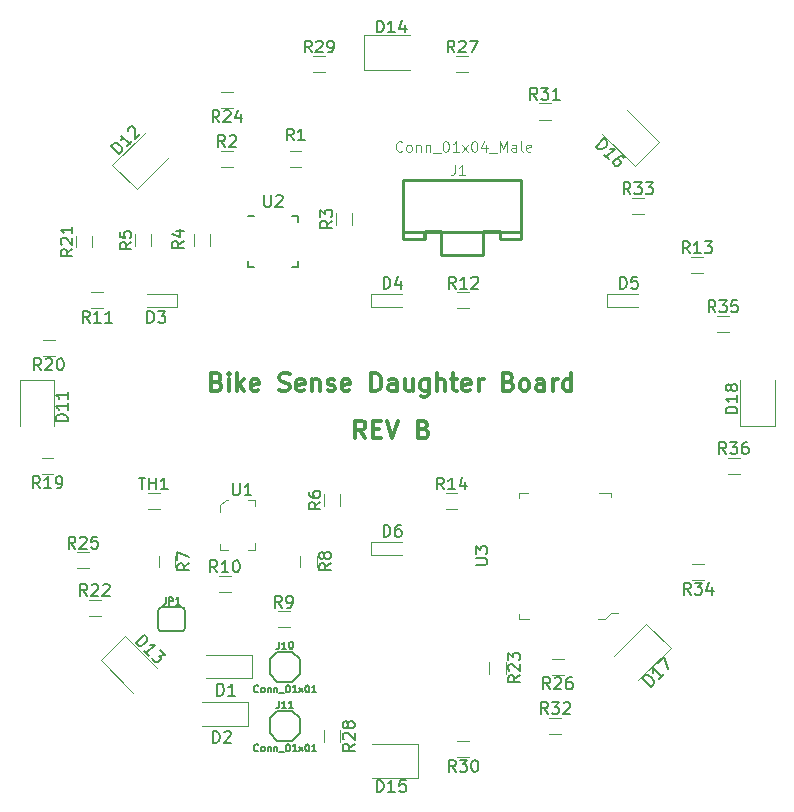
<source format=gbr>
G04 #@! TF.GenerationSoftware,KiCad,Pcbnew,(5.0.0)*
G04 #@! TF.CreationDate,2019-01-02T21:37:44-05:00*
G04 #@! TF.ProjectId,bikesenseCap,62696B6573656E73654361702E6B6963,REV B*
G04 #@! TF.SameCoordinates,Original*
G04 #@! TF.FileFunction,Legend,Top*
G04 #@! TF.FilePolarity,Positive*
%FSLAX46Y46*%
G04 Gerber Fmt 4.6, Leading zero omitted, Abs format (unit mm)*
G04 Created by KiCad (PCBNEW (5.0.0)) date 01/02/19 21:37:44*
%MOMM*%
%LPD*%
G01*
G04 APERTURE LIST*
%ADD10C,0.300000*%
%ADD11C,0.120000*%
%ADD12C,0.127000*%
%ADD13C,0.254000*%
%ADD14C,0.203200*%
%ADD15C,0.152400*%
%ADD16C,0.100000*%
%ADD17C,0.150000*%
%ADD18C,0.101600*%
G04 APERTURE END LIST*
D10*
X147821428Y-102678571D02*
X147321428Y-101964285D01*
X146964285Y-102678571D02*
X146964285Y-101178571D01*
X147535714Y-101178571D01*
X147678571Y-101250000D01*
X147750000Y-101321428D01*
X147821428Y-101464285D01*
X147821428Y-101678571D01*
X147750000Y-101821428D01*
X147678571Y-101892857D01*
X147535714Y-101964285D01*
X146964285Y-101964285D01*
X148464285Y-101892857D02*
X148964285Y-101892857D01*
X149178571Y-102678571D02*
X148464285Y-102678571D01*
X148464285Y-101178571D01*
X149178571Y-101178571D01*
X149607142Y-101178571D02*
X150107142Y-102678571D01*
X150607142Y-101178571D01*
X152750000Y-101892857D02*
X152964285Y-101964285D01*
X153035714Y-102035714D01*
X153107142Y-102178571D01*
X153107142Y-102392857D01*
X153035714Y-102535714D01*
X152964285Y-102607142D01*
X152821428Y-102678571D01*
X152250000Y-102678571D01*
X152250000Y-101178571D01*
X152750000Y-101178571D01*
X152892857Y-101250000D01*
X152964285Y-101321428D01*
X153035714Y-101464285D01*
X153035714Y-101607142D01*
X152964285Y-101750000D01*
X152892857Y-101821428D01*
X152750000Y-101892857D01*
X152250000Y-101892857D01*
X135250000Y-97892857D02*
X135464285Y-97964285D01*
X135535714Y-98035714D01*
X135607142Y-98178571D01*
X135607142Y-98392857D01*
X135535714Y-98535714D01*
X135464285Y-98607142D01*
X135321428Y-98678571D01*
X134750000Y-98678571D01*
X134750000Y-97178571D01*
X135250000Y-97178571D01*
X135392857Y-97250000D01*
X135464285Y-97321428D01*
X135535714Y-97464285D01*
X135535714Y-97607142D01*
X135464285Y-97750000D01*
X135392857Y-97821428D01*
X135250000Y-97892857D01*
X134750000Y-97892857D01*
X136250000Y-98678571D02*
X136250000Y-97678571D01*
X136250000Y-97178571D02*
X136178571Y-97250000D01*
X136250000Y-97321428D01*
X136321428Y-97250000D01*
X136250000Y-97178571D01*
X136250000Y-97321428D01*
X136964285Y-98678571D02*
X136964285Y-97178571D01*
X137107142Y-98107142D02*
X137535714Y-98678571D01*
X137535714Y-97678571D02*
X136964285Y-98250000D01*
X138750000Y-98607142D02*
X138607142Y-98678571D01*
X138321428Y-98678571D01*
X138178571Y-98607142D01*
X138107142Y-98464285D01*
X138107142Y-97892857D01*
X138178571Y-97750000D01*
X138321428Y-97678571D01*
X138607142Y-97678571D01*
X138750000Y-97750000D01*
X138821428Y-97892857D01*
X138821428Y-98035714D01*
X138107142Y-98178571D01*
X140535714Y-98607142D02*
X140750000Y-98678571D01*
X141107142Y-98678571D01*
X141250000Y-98607142D01*
X141321428Y-98535714D01*
X141392857Y-98392857D01*
X141392857Y-98250000D01*
X141321428Y-98107142D01*
X141250000Y-98035714D01*
X141107142Y-97964285D01*
X140821428Y-97892857D01*
X140678571Y-97821428D01*
X140607142Y-97750000D01*
X140535714Y-97607142D01*
X140535714Y-97464285D01*
X140607142Y-97321428D01*
X140678571Y-97250000D01*
X140821428Y-97178571D01*
X141178571Y-97178571D01*
X141392857Y-97250000D01*
X142607142Y-98607142D02*
X142464285Y-98678571D01*
X142178571Y-98678571D01*
X142035714Y-98607142D01*
X141964285Y-98464285D01*
X141964285Y-97892857D01*
X142035714Y-97750000D01*
X142178571Y-97678571D01*
X142464285Y-97678571D01*
X142607142Y-97750000D01*
X142678571Y-97892857D01*
X142678571Y-98035714D01*
X141964285Y-98178571D01*
X143321428Y-97678571D02*
X143321428Y-98678571D01*
X143321428Y-97821428D02*
X143392857Y-97750000D01*
X143535714Y-97678571D01*
X143750000Y-97678571D01*
X143892857Y-97750000D01*
X143964285Y-97892857D01*
X143964285Y-98678571D01*
X144607142Y-98607142D02*
X144750000Y-98678571D01*
X145035714Y-98678571D01*
X145178571Y-98607142D01*
X145250000Y-98464285D01*
X145250000Y-98392857D01*
X145178571Y-98250000D01*
X145035714Y-98178571D01*
X144821428Y-98178571D01*
X144678571Y-98107142D01*
X144607142Y-97964285D01*
X144607142Y-97892857D01*
X144678571Y-97750000D01*
X144821428Y-97678571D01*
X145035714Y-97678571D01*
X145178571Y-97750000D01*
X146464285Y-98607142D02*
X146321428Y-98678571D01*
X146035714Y-98678571D01*
X145892857Y-98607142D01*
X145821428Y-98464285D01*
X145821428Y-97892857D01*
X145892857Y-97750000D01*
X146035714Y-97678571D01*
X146321428Y-97678571D01*
X146464285Y-97750000D01*
X146535714Y-97892857D01*
X146535714Y-98035714D01*
X145821428Y-98178571D01*
X148321428Y-98678571D02*
X148321428Y-97178571D01*
X148678571Y-97178571D01*
X148892857Y-97250000D01*
X149035714Y-97392857D01*
X149107142Y-97535714D01*
X149178571Y-97821428D01*
X149178571Y-98035714D01*
X149107142Y-98321428D01*
X149035714Y-98464285D01*
X148892857Y-98607142D01*
X148678571Y-98678571D01*
X148321428Y-98678571D01*
X150464285Y-98678571D02*
X150464285Y-97892857D01*
X150392857Y-97750000D01*
X150250000Y-97678571D01*
X149964285Y-97678571D01*
X149821428Y-97750000D01*
X150464285Y-98607142D02*
X150321428Y-98678571D01*
X149964285Y-98678571D01*
X149821428Y-98607142D01*
X149750000Y-98464285D01*
X149750000Y-98321428D01*
X149821428Y-98178571D01*
X149964285Y-98107142D01*
X150321428Y-98107142D01*
X150464285Y-98035714D01*
X151821428Y-97678571D02*
X151821428Y-98678571D01*
X151178571Y-97678571D02*
X151178571Y-98464285D01*
X151250000Y-98607142D01*
X151392857Y-98678571D01*
X151607142Y-98678571D01*
X151750000Y-98607142D01*
X151821428Y-98535714D01*
X153178571Y-97678571D02*
X153178571Y-98892857D01*
X153107142Y-99035714D01*
X153035714Y-99107142D01*
X152892857Y-99178571D01*
X152678571Y-99178571D01*
X152535714Y-99107142D01*
X153178571Y-98607142D02*
X153035714Y-98678571D01*
X152750000Y-98678571D01*
X152607142Y-98607142D01*
X152535714Y-98535714D01*
X152464285Y-98392857D01*
X152464285Y-97964285D01*
X152535714Y-97821428D01*
X152607142Y-97750000D01*
X152750000Y-97678571D01*
X153035714Y-97678571D01*
X153178571Y-97750000D01*
X153892857Y-98678571D02*
X153892857Y-97178571D01*
X154535714Y-98678571D02*
X154535714Y-97892857D01*
X154464285Y-97750000D01*
X154321428Y-97678571D01*
X154107142Y-97678571D01*
X153964285Y-97750000D01*
X153892857Y-97821428D01*
X155035714Y-97678571D02*
X155607142Y-97678571D01*
X155250000Y-97178571D02*
X155250000Y-98464285D01*
X155321428Y-98607142D01*
X155464285Y-98678571D01*
X155607142Y-98678571D01*
X156678571Y-98607142D02*
X156535714Y-98678571D01*
X156250000Y-98678571D01*
X156107142Y-98607142D01*
X156035714Y-98464285D01*
X156035714Y-97892857D01*
X156107142Y-97750000D01*
X156250000Y-97678571D01*
X156535714Y-97678571D01*
X156678571Y-97750000D01*
X156750000Y-97892857D01*
X156750000Y-98035714D01*
X156035714Y-98178571D01*
X157392857Y-98678571D02*
X157392857Y-97678571D01*
X157392857Y-97964285D02*
X157464285Y-97821428D01*
X157535714Y-97750000D01*
X157678571Y-97678571D01*
X157821428Y-97678571D01*
X159964285Y-97892857D02*
X160178571Y-97964285D01*
X160250000Y-98035714D01*
X160321428Y-98178571D01*
X160321428Y-98392857D01*
X160250000Y-98535714D01*
X160178571Y-98607142D01*
X160035714Y-98678571D01*
X159464285Y-98678571D01*
X159464285Y-97178571D01*
X159964285Y-97178571D01*
X160107142Y-97250000D01*
X160178571Y-97321428D01*
X160250000Y-97464285D01*
X160250000Y-97607142D01*
X160178571Y-97750000D01*
X160107142Y-97821428D01*
X159964285Y-97892857D01*
X159464285Y-97892857D01*
X161178571Y-98678571D02*
X161035714Y-98607142D01*
X160964285Y-98535714D01*
X160892857Y-98392857D01*
X160892857Y-97964285D01*
X160964285Y-97821428D01*
X161035714Y-97750000D01*
X161178571Y-97678571D01*
X161392857Y-97678571D01*
X161535714Y-97750000D01*
X161607142Y-97821428D01*
X161678571Y-97964285D01*
X161678571Y-98392857D01*
X161607142Y-98535714D01*
X161535714Y-98607142D01*
X161392857Y-98678571D01*
X161178571Y-98678571D01*
X162964285Y-98678571D02*
X162964285Y-97892857D01*
X162892857Y-97750000D01*
X162750000Y-97678571D01*
X162464285Y-97678571D01*
X162321428Y-97750000D01*
X162964285Y-98607142D02*
X162821428Y-98678571D01*
X162464285Y-98678571D01*
X162321428Y-98607142D01*
X162250000Y-98464285D01*
X162250000Y-98321428D01*
X162321428Y-98178571D01*
X162464285Y-98107142D01*
X162821428Y-98107142D01*
X162964285Y-98035714D01*
X163678571Y-98678571D02*
X163678571Y-97678571D01*
X163678571Y-97964285D02*
X163750000Y-97821428D01*
X163821428Y-97750000D01*
X163964285Y-97678571D01*
X164107142Y-97678571D01*
X165250000Y-98678571D02*
X165250000Y-97178571D01*
X165250000Y-98607142D02*
X165107142Y-98678571D01*
X164821428Y-98678571D01*
X164678571Y-98607142D01*
X164607142Y-98535714D01*
X164535714Y-98392857D01*
X164535714Y-97964285D01*
X164607142Y-97821428D01*
X164678571Y-97750000D01*
X164821428Y-97678571D01*
X165107142Y-97678571D01*
X165250000Y-97750000D01*
D11*
G04 #@! TO.C,D3*
X131900000Y-91550000D02*
X131900000Y-90450000D01*
X131900000Y-90450000D02*
X129300000Y-90450000D01*
X131900000Y-91550000D02*
X129300000Y-91550000D01*
G04 #@! TO.C,D4*
X148300000Y-90450000D02*
X150900000Y-90450000D01*
X148300000Y-91550000D02*
X150900000Y-91550000D01*
X148300000Y-90450000D02*
X148300000Y-91550000D01*
G04 #@! TO.C,D5*
X168300000Y-90450000D02*
X170900000Y-90450000D01*
X168300000Y-91550000D02*
X170900000Y-91550000D01*
X168300000Y-90450000D02*
X168300000Y-91550000D01*
G04 #@! TO.C,D6*
X148300000Y-111450000D02*
X148300000Y-112550000D01*
X148300000Y-112550000D02*
X150900000Y-112550000D01*
X148300000Y-111450000D02*
X150900000Y-111450000D01*
D12*
G04 #@! TO.C,J1*
X151001280Y-82001780D02*
X151001280Y-83998220D01*
D13*
X160998720Y-81501400D02*
X160998720Y-84498600D01*
X151001280Y-80800360D02*
X151001280Y-85199640D01*
X151001280Y-85199640D02*
X152802140Y-85199640D01*
X159197860Y-85199640D02*
X160998720Y-85199640D01*
X160998720Y-85199640D02*
X160998720Y-80800360D01*
X151001280Y-80800360D02*
X160998720Y-80800360D01*
X151001280Y-85199640D02*
X151001280Y-85799080D01*
X151001280Y-85799080D02*
X152802140Y-85799080D01*
X152802140Y-85799080D02*
X152802140Y-85199640D01*
X152802140Y-85199640D02*
X159197860Y-85199640D01*
X159197860Y-85199640D02*
X159197860Y-85799080D01*
X159197860Y-85799080D02*
X160998720Y-85799080D01*
X160998720Y-85799080D02*
X160998720Y-85199640D01*
X151001280Y-80800360D02*
X160998720Y-80800360D01*
X160998720Y-80800360D02*
X160998720Y-85799080D01*
X151001280Y-85799080D02*
X151001280Y-80800360D01*
X151047000Y-85794000D02*
X152825000Y-85794000D01*
X152825000Y-85794000D02*
X152825000Y-85159000D01*
X152825000Y-85159000D02*
X154222000Y-85159000D01*
X154222000Y-85159000D02*
X154222000Y-87191000D01*
X154222000Y-87191000D02*
X157778000Y-87191000D01*
X157778000Y-87191000D02*
X157778000Y-85159000D01*
X157778000Y-85159000D02*
X159175000Y-85159000D01*
X159175000Y-85159000D02*
X159175000Y-85794000D01*
X159175000Y-85794000D02*
X160953000Y-85794000D01*
D14*
G04 #@! TO.C,J10*
X142270000Y-122635000D02*
X142270000Y-121365000D01*
X141635000Y-123270000D02*
X142270000Y-122635000D01*
X140365000Y-123270000D02*
X141635000Y-123270000D01*
X139730000Y-122635000D02*
X140365000Y-123270000D01*
X139730000Y-121365000D02*
X139730000Y-122635000D01*
X140365000Y-120730000D02*
X139730000Y-121365000D01*
X141635000Y-120730000D02*
X140365000Y-120730000D01*
X142270000Y-121365000D02*
X141635000Y-120730000D01*
G04 #@! TO.C,J11*
X142270000Y-126365000D02*
X141635000Y-125730000D01*
X141635000Y-125730000D02*
X140365000Y-125730000D01*
X140365000Y-125730000D02*
X139730000Y-126365000D01*
X139730000Y-126365000D02*
X139730000Y-127635000D01*
X139730000Y-127635000D02*
X140365000Y-128270000D01*
X140365000Y-128270000D02*
X141635000Y-128270000D01*
X141635000Y-128270000D02*
X142270000Y-127635000D01*
X142270000Y-127635000D02*
X142270000Y-126365000D01*
D15*
G04 #@! TO.C,JP1*
X132269600Y-119016000D02*
X130542400Y-119016000D01*
X132523600Y-118762000D02*
X132523600Y-117238000D01*
X130288400Y-118762000D02*
X130288400Y-117238000D01*
X130542400Y-116984000D02*
X132269600Y-116984000D01*
X132523600Y-117238000D02*
G75*
G03X132269600Y-116984000I-254000J0D01*
G01*
X130542400Y-116984000D02*
G75*
G03X130288400Y-117238000I0J-254000D01*
G01*
X130288400Y-118762000D02*
G75*
G03X130542400Y-119016000I254000J0D01*
G01*
X132269600Y-119016000D02*
G75*
G03X132523600Y-118762000I0J254000D01*
G01*
D11*
G04 #@! TO.C,R1*
X141400000Y-78320000D02*
X142400000Y-78320000D01*
X142400000Y-79680000D02*
X141400000Y-79680000D01*
G04 #@! TO.C,R2*
X136600000Y-79680000D02*
X135600000Y-79680000D01*
X135600000Y-78320000D02*
X136600000Y-78320000D01*
G04 #@! TO.C,R3*
X145320000Y-84600000D02*
X145320000Y-83600000D01*
X146680000Y-83600000D02*
X146680000Y-84600000D01*
G04 #@! TO.C,R4*
X134680000Y-85400000D02*
X134680000Y-86400000D01*
X133320000Y-86400000D02*
X133320000Y-85400000D01*
G04 #@! TO.C,R5*
X128320000Y-86400000D02*
X128320000Y-85400000D01*
X129680000Y-85400000D02*
X129680000Y-86400000D01*
G04 #@! TO.C,R6*
X145680000Y-107400000D02*
X145680000Y-108400000D01*
X144320000Y-108400000D02*
X144320000Y-107400000D01*
G04 #@! TO.C,R7*
X131680000Y-112600000D02*
X131680000Y-113600000D01*
X130320000Y-113600000D02*
X130320000Y-112600000D01*
G04 #@! TO.C,R8*
X142320000Y-113600000D02*
X142320000Y-112600000D01*
X143680000Y-112600000D02*
X143680000Y-113600000D01*
G04 #@! TO.C,R9*
X140400000Y-117320000D02*
X141400000Y-117320000D01*
X141400000Y-118680000D02*
X140400000Y-118680000D01*
G04 #@! TO.C,R10*
X136400000Y-115680000D02*
X135400000Y-115680000D01*
X135400000Y-114320000D02*
X136400000Y-114320000D01*
G04 #@! TO.C,R11*
X124600000Y-90320000D02*
X125600000Y-90320000D01*
X125600000Y-91680000D02*
X124600000Y-91680000D01*
G04 #@! TO.C,R12*
X155600000Y-90320000D02*
X156600000Y-90320000D01*
X156600000Y-91680000D02*
X155600000Y-91680000D01*
G04 #@! TO.C,R13*
X175400000Y-87320000D02*
X176400000Y-87320000D01*
X176400000Y-88680000D02*
X175400000Y-88680000D01*
G04 #@! TO.C,R14*
X155600000Y-108680000D02*
X154600000Y-108680000D01*
X154600000Y-107320000D02*
X155600000Y-107320000D01*
G04 #@! TO.C,R19*
X121400000Y-105680000D02*
X120400000Y-105680000D01*
X120400000Y-104320000D02*
X121400000Y-104320000D01*
G04 #@! TO.C,R20*
X120500000Y-94320000D02*
X121500000Y-94320000D01*
X121500000Y-95680000D02*
X120500000Y-95680000D01*
G04 #@! TO.C,R21*
X123320000Y-86500000D02*
X123320000Y-85500000D01*
X124680000Y-85500000D02*
X124680000Y-86500000D01*
G04 #@! TO.C,R22*
X124400000Y-116320000D02*
X125400000Y-116320000D01*
X125400000Y-117680000D02*
X124400000Y-117680000D01*
G04 #@! TO.C,R23*
X159680000Y-121600000D02*
X159680000Y-122600000D01*
X158320000Y-122600000D02*
X158320000Y-121600000D01*
G04 #@! TO.C,R24*
X135600000Y-73320000D02*
X136600000Y-73320000D01*
X136600000Y-74680000D02*
X135600000Y-74680000D01*
G04 #@! TO.C,R25*
X124400000Y-113680000D02*
X123400000Y-113680000D01*
X123400000Y-112320000D02*
X124400000Y-112320000D01*
G04 #@! TO.C,R26*
X163600000Y-121320000D02*
X164600000Y-121320000D01*
X164600000Y-122680000D02*
X163600000Y-122680000D01*
G04 #@! TO.C,R27*
X155500000Y-70320000D02*
X156500000Y-70320000D01*
X156500000Y-71680000D02*
X155500000Y-71680000D01*
G04 #@! TO.C,R28*
X144320000Y-128400000D02*
X144320000Y-127400000D01*
X145680000Y-127400000D02*
X145680000Y-128400000D01*
G04 #@! TO.C,R29*
X143400000Y-70320000D02*
X144400000Y-70320000D01*
X144400000Y-71680000D02*
X143400000Y-71680000D01*
G04 #@! TO.C,R30*
X155600000Y-128320000D02*
X156600000Y-128320000D01*
X156600000Y-129680000D02*
X155600000Y-129680000D01*
G04 #@! TO.C,R31*
X162500000Y-74320000D02*
X163500000Y-74320000D01*
X163500000Y-75680000D02*
X162500000Y-75680000D01*
G04 #@! TO.C,R32*
X163400000Y-126320000D02*
X164400000Y-126320000D01*
X164400000Y-127680000D02*
X163400000Y-127680000D01*
G04 #@! TO.C,R33*
X171400000Y-83680000D02*
X170400000Y-83680000D01*
X170400000Y-82320000D02*
X171400000Y-82320000D01*
G04 #@! TO.C,R34*
X175500000Y-113320000D02*
X176500000Y-113320000D01*
X176500000Y-114680000D02*
X175500000Y-114680000D01*
G04 #@! TO.C,R35*
X177600000Y-92320000D02*
X178600000Y-92320000D01*
X178600000Y-93680000D02*
X177600000Y-93680000D01*
G04 #@! TO.C,R36*
X179500000Y-105680000D02*
X178500000Y-105680000D01*
X178500000Y-104320000D02*
X179500000Y-104320000D01*
G04 #@! TO.C,TH1*
X129400000Y-107320000D02*
X130400000Y-107320000D01*
X130400000Y-108680000D02*
X129400000Y-108680000D01*
D16*
G04 #@! TO.C,U1*
X136200000Y-107875000D02*
X135975000Y-107875000D01*
X135975000Y-107875000D02*
X135525000Y-108300000D01*
X135525000Y-108300000D02*
X135525000Y-108950000D01*
X136175000Y-112125000D02*
X135525000Y-112125000D01*
X135525000Y-112125000D02*
X135525000Y-111600000D01*
X138475000Y-111525000D02*
X138475000Y-112125000D01*
X138475000Y-112125000D02*
X137850000Y-112125000D01*
X137850000Y-107875000D02*
X138475000Y-107875000D01*
X138475000Y-107875000D02*
X138475000Y-108425000D01*
D17*
G04 #@! TO.C,U2*
X142150000Y-83850000D02*
X141625000Y-83850000D01*
X142150000Y-88150000D02*
X141625000Y-88150000D01*
X137850000Y-88150000D02*
X138375000Y-88150000D01*
X137850000Y-83850000D02*
X138375000Y-83850000D01*
X142150000Y-88150000D02*
X142150000Y-87625000D01*
X137850000Y-88150000D02*
X137850000Y-87625000D01*
X142150000Y-83850000D02*
X142150000Y-84375000D01*
D16*
G04 #@! TO.C,U3*
X168590000Y-107635000D02*
X168590000Y-107285000D01*
X168590000Y-107285000D02*
X167590000Y-107285000D01*
X160790000Y-107685000D02*
X160790000Y-107285000D01*
X160790000Y-107285000D02*
X161590000Y-107285000D01*
X160790000Y-117585000D02*
X160790000Y-117985000D01*
X160790000Y-117985000D02*
X161640000Y-117985000D01*
X167540000Y-117985000D02*
X168140000Y-117985000D01*
X168140000Y-117985000D02*
X168640000Y-117485000D01*
X168640000Y-117485000D02*
X169240000Y-117485000D01*
D11*
G04 #@! TO.C,D1*
X138250000Y-123000000D02*
X138250000Y-121000000D01*
X138250000Y-121000000D02*
X134350000Y-121000000D01*
X138250000Y-123000000D02*
X134350000Y-123000000D01*
G04 #@! TO.C,D2*
X137900000Y-127000000D02*
X134000000Y-127000000D01*
X137900000Y-125000000D02*
X134000000Y-125000000D01*
X137900000Y-127000000D02*
X137900000Y-125000000D01*
G04 #@! TO.C,D11*
X118540000Y-97715000D02*
X118540000Y-101600000D01*
X121460000Y-97715000D02*
X118540000Y-97715000D01*
X121460000Y-101600000D02*
X121460000Y-97715000D01*
G04 #@! TO.C,D12*
X129143995Y-76790853D02*
X126396885Y-79537963D01*
X126396885Y-79537963D02*
X128461637Y-81602715D01*
X128461637Y-81602715D02*
X131208747Y-78855605D01*
G04 #@! TO.C,D13*
X130208747Y-122143995D02*
X127461637Y-119396885D01*
X127461637Y-119396885D02*
X125396885Y-121461637D01*
X125396885Y-121461637D02*
X128143995Y-124208747D01*
G04 #@! TO.C,D14*
X147715000Y-71460000D02*
X151600000Y-71460000D01*
X147715000Y-68540000D02*
X147715000Y-71460000D01*
X151600000Y-68540000D02*
X147715000Y-68540000D01*
G04 #@! TO.C,D15*
X152285000Y-128540000D02*
X148400000Y-128540000D01*
X152285000Y-131460000D02*
X152285000Y-128540000D01*
X148400000Y-131460000D02*
X152285000Y-131460000D01*
G04 #@! TO.C,D16*
X172693115Y-77583363D02*
X169946005Y-74836253D01*
X170628363Y-79648115D02*
X172693115Y-77583363D01*
X167881253Y-76901005D02*
X170628363Y-79648115D01*
G04 #@! TO.C,D17*
X170901005Y-123163747D02*
X173648115Y-120416637D01*
X173648115Y-120416637D02*
X171583363Y-118351885D01*
X171583363Y-118351885D02*
X168836253Y-121098995D01*
G04 #@! TO.C,D18*
X179540000Y-97750000D02*
X179540000Y-101635000D01*
X179540000Y-101635000D02*
X182460000Y-101635000D01*
X182460000Y-101635000D02*
X182460000Y-97750000D01*
G04 #@! TO.C,D3*
D17*
X129361904Y-92902380D02*
X129361904Y-91902380D01*
X129600000Y-91902380D01*
X129742857Y-91950000D01*
X129838095Y-92045238D01*
X129885714Y-92140476D01*
X129933333Y-92330952D01*
X129933333Y-92473809D01*
X129885714Y-92664285D01*
X129838095Y-92759523D01*
X129742857Y-92854761D01*
X129600000Y-92902380D01*
X129361904Y-92902380D01*
X130266666Y-91902380D02*
X130885714Y-91902380D01*
X130552380Y-92283333D01*
X130695238Y-92283333D01*
X130790476Y-92330952D01*
X130838095Y-92378571D01*
X130885714Y-92473809D01*
X130885714Y-92711904D01*
X130838095Y-92807142D01*
X130790476Y-92854761D01*
X130695238Y-92902380D01*
X130409523Y-92902380D01*
X130314285Y-92854761D01*
X130266666Y-92807142D01*
G04 #@! TO.C,D4*
X149361904Y-90002380D02*
X149361904Y-89002380D01*
X149600000Y-89002380D01*
X149742857Y-89050000D01*
X149838095Y-89145238D01*
X149885714Y-89240476D01*
X149933333Y-89430952D01*
X149933333Y-89573809D01*
X149885714Y-89764285D01*
X149838095Y-89859523D01*
X149742857Y-89954761D01*
X149600000Y-90002380D01*
X149361904Y-90002380D01*
X150790476Y-89335714D02*
X150790476Y-90002380D01*
X150552380Y-88954761D02*
X150314285Y-89669047D01*
X150933333Y-89669047D01*
G04 #@! TO.C,D5*
X169361904Y-90002380D02*
X169361904Y-89002380D01*
X169600000Y-89002380D01*
X169742857Y-89050000D01*
X169838095Y-89145238D01*
X169885714Y-89240476D01*
X169933333Y-89430952D01*
X169933333Y-89573809D01*
X169885714Y-89764285D01*
X169838095Y-89859523D01*
X169742857Y-89954761D01*
X169600000Y-90002380D01*
X169361904Y-90002380D01*
X170838095Y-89002380D02*
X170361904Y-89002380D01*
X170314285Y-89478571D01*
X170361904Y-89430952D01*
X170457142Y-89383333D01*
X170695238Y-89383333D01*
X170790476Y-89430952D01*
X170838095Y-89478571D01*
X170885714Y-89573809D01*
X170885714Y-89811904D01*
X170838095Y-89907142D01*
X170790476Y-89954761D01*
X170695238Y-90002380D01*
X170457142Y-90002380D01*
X170361904Y-89954761D01*
X170314285Y-89907142D01*
G04 #@! TO.C,D6*
X149361904Y-111002380D02*
X149361904Y-110002380D01*
X149600000Y-110002380D01*
X149742857Y-110050000D01*
X149838095Y-110145238D01*
X149885714Y-110240476D01*
X149933333Y-110430952D01*
X149933333Y-110573809D01*
X149885714Y-110764285D01*
X149838095Y-110859523D01*
X149742857Y-110954761D01*
X149600000Y-111002380D01*
X149361904Y-111002380D01*
X150790476Y-110002380D02*
X150600000Y-110002380D01*
X150504761Y-110050000D01*
X150457142Y-110097619D01*
X150361904Y-110240476D01*
X150314285Y-110430952D01*
X150314285Y-110811904D01*
X150361904Y-110907142D01*
X150409523Y-110954761D01*
X150504761Y-111002380D01*
X150695238Y-111002380D01*
X150790476Y-110954761D01*
X150838095Y-110907142D01*
X150885714Y-110811904D01*
X150885714Y-110573809D01*
X150838095Y-110478571D01*
X150790476Y-110430952D01*
X150695238Y-110383333D01*
X150504761Y-110383333D01*
X150409523Y-110430952D01*
X150361904Y-110478571D01*
X150314285Y-110573809D01*
G04 #@! TO.C,J1*
D18*
X155386166Y-79528666D02*
X155386166Y-80163666D01*
X155343833Y-80290666D01*
X155259166Y-80375333D01*
X155132166Y-80417666D01*
X155047500Y-80417666D01*
X156275166Y-80417666D02*
X155767166Y-80417666D01*
X156021166Y-80417666D02*
X156021166Y-79528666D01*
X155936500Y-79655666D01*
X155851833Y-79740333D01*
X155767166Y-79782666D01*
X150941166Y-78317500D02*
X150898833Y-78359833D01*
X150771833Y-78402166D01*
X150687166Y-78402166D01*
X150560166Y-78359833D01*
X150475500Y-78275166D01*
X150433166Y-78190500D01*
X150390833Y-78021166D01*
X150390833Y-77894166D01*
X150433166Y-77724833D01*
X150475500Y-77640166D01*
X150560166Y-77555500D01*
X150687166Y-77513166D01*
X150771833Y-77513166D01*
X150898833Y-77555500D01*
X150941166Y-77597833D01*
X151449166Y-78402166D02*
X151364500Y-78359833D01*
X151322166Y-78317500D01*
X151279833Y-78232833D01*
X151279833Y-77978833D01*
X151322166Y-77894166D01*
X151364500Y-77851833D01*
X151449166Y-77809500D01*
X151576166Y-77809500D01*
X151660833Y-77851833D01*
X151703166Y-77894166D01*
X151745500Y-77978833D01*
X151745500Y-78232833D01*
X151703166Y-78317500D01*
X151660833Y-78359833D01*
X151576166Y-78402166D01*
X151449166Y-78402166D01*
X152126500Y-77809500D02*
X152126500Y-78402166D01*
X152126500Y-77894166D02*
X152168833Y-77851833D01*
X152253500Y-77809500D01*
X152380500Y-77809500D01*
X152465166Y-77851833D01*
X152507500Y-77936500D01*
X152507500Y-78402166D01*
X152930833Y-77809500D02*
X152930833Y-78402166D01*
X152930833Y-77894166D02*
X152973166Y-77851833D01*
X153057833Y-77809500D01*
X153184833Y-77809500D01*
X153269500Y-77851833D01*
X153311833Y-77936500D01*
X153311833Y-78402166D01*
X153523500Y-78486833D02*
X154200833Y-78486833D01*
X154581833Y-77513166D02*
X154666500Y-77513166D01*
X154751166Y-77555500D01*
X154793500Y-77597833D01*
X154835833Y-77682500D01*
X154878166Y-77851833D01*
X154878166Y-78063500D01*
X154835833Y-78232833D01*
X154793500Y-78317500D01*
X154751166Y-78359833D01*
X154666500Y-78402166D01*
X154581833Y-78402166D01*
X154497166Y-78359833D01*
X154454833Y-78317500D01*
X154412500Y-78232833D01*
X154370166Y-78063500D01*
X154370166Y-77851833D01*
X154412500Y-77682500D01*
X154454833Y-77597833D01*
X154497166Y-77555500D01*
X154581833Y-77513166D01*
X155724833Y-78402166D02*
X155216833Y-78402166D01*
X155470833Y-78402166D02*
X155470833Y-77513166D01*
X155386166Y-77640166D01*
X155301500Y-77724833D01*
X155216833Y-77767166D01*
X156021166Y-78402166D02*
X156486833Y-77809500D01*
X156021166Y-77809500D02*
X156486833Y-78402166D01*
X156994833Y-77513166D02*
X157079500Y-77513166D01*
X157164166Y-77555500D01*
X157206500Y-77597833D01*
X157248833Y-77682500D01*
X157291166Y-77851833D01*
X157291166Y-78063500D01*
X157248833Y-78232833D01*
X157206500Y-78317500D01*
X157164166Y-78359833D01*
X157079500Y-78402166D01*
X156994833Y-78402166D01*
X156910166Y-78359833D01*
X156867833Y-78317500D01*
X156825500Y-78232833D01*
X156783166Y-78063500D01*
X156783166Y-77851833D01*
X156825500Y-77682500D01*
X156867833Y-77597833D01*
X156910166Y-77555500D01*
X156994833Y-77513166D01*
X158053166Y-77809500D02*
X158053166Y-78402166D01*
X157841500Y-77470833D02*
X157629833Y-78105833D01*
X158180166Y-78105833D01*
X158307166Y-78486833D02*
X158984500Y-78486833D01*
X159196166Y-78402166D02*
X159196166Y-77513166D01*
X159492500Y-78148166D01*
X159788833Y-77513166D01*
X159788833Y-78402166D01*
X160593166Y-78402166D02*
X160593166Y-77936500D01*
X160550833Y-77851833D01*
X160466166Y-77809500D01*
X160296833Y-77809500D01*
X160212166Y-77851833D01*
X160593166Y-78359833D02*
X160508500Y-78402166D01*
X160296833Y-78402166D01*
X160212166Y-78359833D01*
X160169833Y-78275166D01*
X160169833Y-78190500D01*
X160212166Y-78105833D01*
X160296833Y-78063500D01*
X160508500Y-78063500D01*
X160593166Y-78021166D01*
X161143500Y-78402166D02*
X161058833Y-78359833D01*
X161016500Y-78275166D01*
X161016500Y-77513166D01*
X161820833Y-78359833D02*
X161736166Y-78402166D01*
X161566833Y-78402166D01*
X161482166Y-78359833D01*
X161439833Y-78275166D01*
X161439833Y-77936500D01*
X161482166Y-77851833D01*
X161566833Y-77809500D01*
X161736166Y-77809500D01*
X161820833Y-77851833D01*
X161863166Y-77936500D01*
X161863166Y-78021166D01*
X161439833Y-78105833D01*
G04 #@! TO.C,J10*
D12*
X140506514Y-119888171D02*
X140506514Y-120323600D01*
X140477485Y-120410685D01*
X140419428Y-120468742D01*
X140332342Y-120497771D01*
X140274285Y-120497771D01*
X141116114Y-120497771D02*
X140767771Y-120497771D01*
X140941942Y-120497771D02*
X140941942Y-119888171D01*
X140883885Y-119975257D01*
X140825828Y-120033314D01*
X140767771Y-120062342D01*
X141493485Y-119888171D02*
X141551542Y-119888171D01*
X141609600Y-119917200D01*
X141638628Y-119946228D01*
X141667657Y-120004285D01*
X141696685Y-120120400D01*
X141696685Y-120265542D01*
X141667657Y-120381657D01*
X141638628Y-120439714D01*
X141609600Y-120468742D01*
X141551542Y-120497771D01*
X141493485Y-120497771D01*
X141435428Y-120468742D01*
X141406400Y-120439714D01*
X141377371Y-120381657D01*
X141348342Y-120265542D01*
X141348342Y-120120400D01*
X141377371Y-120004285D01*
X141406400Y-119946228D01*
X141435428Y-119917200D01*
X141493485Y-119888171D01*
X138721257Y-124122714D02*
X138692228Y-124151742D01*
X138605142Y-124180771D01*
X138547085Y-124180771D01*
X138460000Y-124151742D01*
X138401942Y-124093685D01*
X138372914Y-124035628D01*
X138343885Y-123919514D01*
X138343885Y-123832428D01*
X138372914Y-123716314D01*
X138401942Y-123658257D01*
X138460000Y-123600200D01*
X138547085Y-123571171D01*
X138605142Y-123571171D01*
X138692228Y-123600200D01*
X138721257Y-123629228D01*
X139069600Y-124180771D02*
X139011542Y-124151742D01*
X138982514Y-124122714D01*
X138953485Y-124064657D01*
X138953485Y-123890485D01*
X138982514Y-123832428D01*
X139011542Y-123803400D01*
X139069600Y-123774371D01*
X139156685Y-123774371D01*
X139214742Y-123803400D01*
X139243771Y-123832428D01*
X139272800Y-123890485D01*
X139272800Y-124064657D01*
X139243771Y-124122714D01*
X139214742Y-124151742D01*
X139156685Y-124180771D01*
X139069600Y-124180771D01*
X139534057Y-123774371D02*
X139534057Y-124180771D01*
X139534057Y-123832428D02*
X139563085Y-123803400D01*
X139621142Y-123774371D01*
X139708228Y-123774371D01*
X139766285Y-123803400D01*
X139795314Y-123861457D01*
X139795314Y-124180771D01*
X140085600Y-123774371D02*
X140085600Y-124180771D01*
X140085600Y-123832428D02*
X140114628Y-123803400D01*
X140172685Y-123774371D01*
X140259771Y-123774371D01*
X140317828Y-123803400D01*
X140346857Y-123861457D01*
X140346857Y-124180771D01*
X140492000Y-124238828D02*
X140956457Y-124238828D01*
X141217714Y-123571171D02*
X141275771Y-123571171D01*
X141333828Y-123600200D01*
X141362857Y-123629228D01*
X141391885Y-123687285D01*
X141420914Y-123803400D01*
X141420914Y-123948542D01*
X141391885Y-124064657D01*
X141362857Y-124122714D01*
X141333828Y-124151742D01*
X141275771Y-124180771D01*
X141217714Y-124180771D01*
X141159657Y-124151742D01*
X141130628Y-124122714D01*
X141101600Y-124064657D01*
X141072571Y-123948542D01*
X141072571Y-123803400D01*
X141101600Y-123687285D01*
X141130628Y-123629228D01*
X141159657Y-123600200D01*
X141217714Y-123571171D01*
X142001485Y-124180771D02*
X141653142Y-124180771D01*
X141827314Y-124180771D02*
X141827314Y-123571171D01*
X141769257Y-123658257D01*
X141711200Y-123716314D01*
X141653142Y-123745342D01*
X142204685Y-124180771D02*
X142524000Y-123774371D01*
X142204685Y-123774371D02*
X142524000Y-124180771D01*
X142872342Y-123571171D02*
X142930400Y-123571171D01*
X142988457Y-123600200D01*
X143017485Y-123629228D01*
X143046514Y-123687285D01*
X143075542Y-123803400D01*
X143075542Y-123948542D01*
X143046514Y-124064657D01*
X143017485Y-124122714D01*
X142988457Y-124151742D01*
X142930400Y-124180771D01*
X142872342Y-124180771D01*
X142814285Y-124151742D01*
X142785257Y-124122714D01*
X142756228Y-124064657D01*
X142727200Y-123948542D01*
X142727200Y-123803400D01*
X142756228Y-123687285D01*
X142785257Y-123629228D01*
X142814285Y-123600200D01*
X142872342Y-123571171D01*
X143656114Y-124180771D02*
X143307771Y-124180771D01*
X143481942Y-124180771D02*
X143481942Y-123571171D01*
X143423885Y-123658257D01*
X143365828Y-123716314D01*
X143307771Y-123745342D01*
G04 #@! TO.C,J11*
X140506514Y-124888171D02*
X140506514Y-125323600D01*
X140477485Y-125410685D01*
X140419428Y-125468742D01*
X140332342Y-125497771D01*
X140274285Y-125497771D01*
X141116114Y-125497771D02*
X140767771Y-125497771D01*
X140941942Y-125497771D02*
X140941942Y-124888171D01*
X140883885Y-124975257D01*
X140825828Y-125033314D01*
X140767771Y-125062342D01*
X141696685Y-125497771D02*
X141348342Y-125497771D01*
X141522514Y-125497771D02*
X141522514Y-124888171D01*
X141464457Y-124975257D01*
X141406400Y-125033314D01*
X141348342Y-125062342D01*
X138721257Y-129122714D02*
X138692228Y-129151742D01*
X138605142Y-129180771D01*
X138547085Y-129180771D01*
X138460000Y-129151742D01*
X138401942Y-129093685D01*
X138372914Y-129035628D01*
X138343885Y-128919514D01*
X138343885Y-128832428D01*
X138372914Y-128716314D01*
X138401942Y-128658257D01*
X138460000Y-128600200D01*
X138547085Y-128571171D01*
X138605142Y-128571171D01*
X138692228Y-128600200D01*
X138721257Y-128629228D01*
X139069600Y-129180771D02*
X139011542Y-129151742D01*
X138982514Y-129122714D01*
X138953485Y-129064657D01*
X138953485Y-128890485D01*
X138982514Y-128832428D01*
X139011542Y-128803400D01*
X139069600Y-128774371D01*
X139156685Y-128774371D01*
X139214742Y-128803400D01*
X139243771Y-128832428D01*
X139272800Y-128890485D01*
X139272800Y-129064657D01*
X139243771Y-129122714D01*
X139214742Y-129151742D01*
X139156685Y-129180771D01*
X139069600Y-129180771D01*
X139534057Y-128774371D02*
X139534057Y-129180771D01*
X139534057Y-128832428D02*
X139563085Y-128803400D01*
X139621142Y-128774371D01*
X139708228Y-128774371D01*
X139766285Y-128803400D01*
X139795314Y-128861457D01*
X139795314Y-129180771D01*
X140085600Y-128774371D02*
X140085600Y-129180771D01*
X140085600Y-128832428D02*
X140114628Y-128803400D01*
X140172685Y-128774371D01*
X140259771Y-128774371D01*
X140317828Y-128803400D01*
X140346857Y-128861457D01*
X140346857Y-129180771D01*
X140492000Y-129238828D02*
X140956457Y-129238828D01*
X141217714Y-128571171D02*
X141275771Y-128571171D01*
X141333828Y-128600200D01*
X141362857Y-128629228D01*
X141391885Y-128687285D01*
X141420914Y-128803400D01*
X141420914Y-128948542D01*
X141391885Y-129064657D01*
X141362857Y-129122714D01*
X141333828Y-129151742D01*
X141275771Y-129180771D01*
X141217714Y-129180771D01*
X141159657Y-129151742D01*
X141130628Y-129122714D01*
X141101600Y-129064657D01*
X141072571Y-128948542D01*
X141072571Y-128803400D01*
X141101600Y-128687285D01*
X141130628Y-128629228D01*
X141159657Y-128600200D01*
X141217714Y-128571171D01*
X142001485Y-129180771D02*
X141653142Y-129180771D01*
X141827314Y-129180771D02*
X141827314Y-128571171D01*
X141769257Y-128658257D01*
X141711200Y-128716314D01*
X141653142Y-128745342D01*
X142204685Y-129180771D02*
X142524000Y-128774371D01*
X142204685Y-128774371D02*
X142524000Y-129180771D01*
X142872342Y-128571171D02*
X142930400Y-128571171D01*
X142988457Y-128600200D01*
X143017485Y-128629228D01*
X143046514Y-128687285D01*
X143075542Y-128803400D01*
X143075542Y-128948542D01*
X143046514Y-129064657D01*
X143017485Y-129122714D01*
X142988457Y-129151742D01*
X142930400Y-129180771D01*
X142872342Y-129180771D01*
X142814285Y-129151742D01*
X142785257Y-129122714D01*
X142756228Y-129064657D01*
X142727200Y-128948542D01*
X142727200Y-128803400D01*
X142756228Y-128687285D01*
X142785257Y-128629228D01*
X142814285Y-128600200D01*
X142872342Y-128571171D01*
X143656114Y-129180771D02*
X143307771Y-129180771D01*
X143481942Y-129180771D02*
X143481942Y-128571171D01*
X143423885Y-128658257D01*
X143365828Y-128716314D01*
X143307771Y-128745342D01*
G04 #@! TO.C,JP1*
X130898000Y-116142171D02*
X130898000Y-116577600D01*
X130868971Y-116664685D01*
X130810914Y-116722742D01*
X130723828Y-116751771D01*
X130665771Y-116751771D01*
X131188285Y-116751771D02*
X131188285Y-116142171D01*
X131420514Y-116142171D01*
X131478571Y-116171200D01*
X131507600Y-116200228D01*
X131536628Y-116258285D01*
X131536628Y-116345371D01*
X131507600Y-116403428D01*
X131478571Y-116432457D01*
X131420514Y-116461485D01*
X131188285Y-116461485D01*
X132117200Y-116751771D02*
X131768857Y-116751771D01*
X131943028Y-116751771D02*
X131943028Y-116142171D01*
X131884971Y-116229257D01*
X131826914Y-116287314D01*
X131768857Y-116316342D01*
G04 #@! TO.C,R1*
D17*
X141733333Y-77452380D02*
X141400000Y-76976190D01*
X141161904Y-77452380D02*
X141161904Y-76452380D01*
X141542857Y-76452380D01*
X141638095Y-76500000D01*
X141685714Y-76547619D01*
X141733333Y-76642857D01*
X141733333Y-76785714D01*
X141685714Y-76880952D01*
X141638095Y-76928571D01*
X141542857Y-76976190D01*
X141161904Y-76976190D01*
X142685714Y-77452380D02*
X142114285Y-77452380D01*
X142400000Y-77452380D02*
X142400000Y-76452380D01*
X142304761Y-76595238D01*
X142209523Y-76690476D01*
X142114285Y-76738095D01*
G04 #@! TO.C,R2*
X135933333Y-78002380D02*
X135600000Y-77526190D01*
X135361904Y-78002380D02*
X135361904Y-77002380D01*
X135742857Y-77002380D01*
X135838095Y-77050000D01*
X135885714Y-77097619D01*
X135933333Y-77192857D01*
X135933333Y-77335714D01*
X135885714Y-77430952D01*
X135838095Y-77478571D01*
X135742857Y-77526190D01*
X135361904Y-77526190D01*
X136314285Y-77097619D02*
X136361904Y-77050000D01*
X136457142Y-77002380D01*
X136695238Y-77002380D01*
X136790476Y-77050000D01*
X136838095Y-77097619D01*
X136885714Y-77192857D01*
X136885714Y-77288095D01*
X136838095Y-77430952D01*
X136266666Y-78002380D01*
X136885714Y-78002380D01*
G04 #@! TO.C,R3*
X145002380Y-84266666D02*
X144526190Y-84600000D01*
X145002380Y-84838095D02*
X144002380Y-84838095D01*
X144002380Y-84457142D01*
X144050000Y-84361904D01*
X144097619Y-84314285D01*
X144192857Y-84266666D01*
X144335714Y-84266666D01*
X144430952Y-84314285D01*
X144478571Y-84361904D01*
X144526190Y-84457142D01*
X144526190Y-84838095D01*
X144002380Y-83933333D02*
X144002380Y-83314285D01*
X144383333Y-83647619D01*
X144383333Y-83504761D01*
X144430952Y-83409523D01*
X144478571Y-83361904D01*
X144573809Y-83314285D01*
X144811904Y-83314285D01*
X144907142Y-83361904D01*
X144954761Y-83409523D01*
X145002380Y-83504761D01*
X145002380Y-83790476D01*
X144954761Y-83885714D01*
X144907142Y-83933333D01*
G04 #@! TO.C,R4*
X132452380Y-85966666D02*
X131976190Y-86300000D01*
X132452380Y-86538095D02*
X131452380Y-86538095D01*
X131452380Y-86157142D01*
X131500000Y-86061904D01*
X131547619Y-86014285D01*
X131642857Y-85966666D01*
X131785714Y-85966666D01*
X131880952Y-86014285D01*
X131928571Y-86061904D01*
X131976190Y-86157142D01*
X131976190Y-86538095D01*
X131785714Y-85109523D02*
X132452380Y-85109523D01*
X131404761Y-85347619D02*
X132119047Y-85585714D01*
X132119047Y-84966666D01*
G04 #@! TO.C,R5*
X128002380Y-86066666D02*
X127526190Y-86400000D01*
X128002380Y-86638095D02*
X127002380Y-86638095D01*
X127002380Y-86257142D01*
X127050000Y-86161904D01*
X127097619Y-86114285D01*
X127192857Y-86066666D01*
X127335714Y-86066666D01*
X127430952Y-86114285D01*
X127478571Y-86161904D01*
X127526190Y-86257142D01*
X127526190Y-86638095D01*
X127002380Y-85161904D02*
X127002380Y-85638095D01*
X127478571Y-85685714D01*
X127430952Y-85638095D01*
X127383333Y-85542857D01*
X127383333Y-85304761D01*
X127430952Y-85209523D01*
X127478571Y-85161904D01*
X127573809Y-85114285D01*
X127811904Y-85114285D01*
X127907142Y-85161904D01*
X127954761Y-85209523D01*
X128002380Y-85304761D01*
X128002380Y-85542857D01*
X127954761Y-85638095D01*
X127907142Y-85685714D01*
G04 #@! TO.C,R6*
X144002380Y-108066666D02*
X143526190Y-108400000D01*
X144002380Y-108638095D02*
X143002380Y-108638095D01*
X143002380Y-108257142D01*
X143050000Y-108161904D01*
X143097619Y-108114285D01*
X143192857Y-108066666D01*
X143335714Y-108066666D01*
X143430952Y-108114285D01*
X143478571Y-108161904D01*
X143526190Y-108257142D01*
X143526190Y-108638095D01*
X143002380Y-107209523D02*
X143002380Y-107400000D01*
X143050000Y-107495238D01*
X143097619Y-107542857D01*
X143240476Y-107638095D01*
X143430952Y-107685714D01*
X143811904Y-107685714D01*
X143907142Y-107638095D01*
X143954761Y-107590476D01*
X144002380Y-107495238D01*
X144002380Y-107304761D01*
X143954761Y-107209523D01*
X143907142Y-107161904D01*
X143811904Y-107114285D01*
X143573809Y-107114285D01*
X143478571Y-107161904D01*
X143430952Y-107209523D01*
X143383333Y-107304761D01*
X143383333Y-107495238D01*
X143430952Y-107590476D01*
X143478571Y-107638095D01*
X143573809Y-107685714D01*
G04 #@! TO.C,R7*
X132902380Y-113266666D02*
X132426190Y-113600000D01*
X132902380Y-113838095D02*
X131902380Y-113838095D01*
X131902380Y-113457142D01*
X131950000Y-113361904D01*
X131997619Y-113314285D01*
X132092857Y-113266666D01*
X132235714Y-113266666D01*
X132330952Y-113314285D01*
X132378571Y-113361904D01*
X132426190Y-113457142D01*
X132426190Y-113838095D01*
X131902380Y-112933333D02*
X131902380Y-112266666D01*
X132902380Y-112695238D01*
G04 #@! TO.C,R8*
X144902380Y-113266666D02*
X144426190Y-113600000D01*
X144902380Y-113838095D02*
X143902380Y-113838095D01*
X143902380Y-113457142D01*
X143950000Y-113361904D01*
X143997619Y-113314285D01*
X144092857Y-113266666D01*
X144235714Y-113266666D01*
X144330952Y-113314285D01*
X144378571Y-113361904D01*
X144426190Y-113457142D01*
X144426190Y-113838095D01*
X144330952Y-112695238D02*
X144283333Y-112790476D01*
X144235714Y-112838095D01*
X144140476Y-112885714D01*
X144092857Y-112885714D01*
X143997619Y-112838095D01*
X143950000Y-112790476D01*
X143902380Y-112695238D01*
X143902380Y-112504761D01*
X143950000Y-112409523D01*
X143997619Y-112361904D01*
X144092857Y-112314285D01*
X144140476Y-112314285D01*
X144235714Y-112361904D01*
X144283333Y-112409523D01*
X144330952Y-112504761D01*
X144330952Y-112695238D01*
X144378571Y-112790476D01*
X144426190Y-112838095D01*
X144521428Y-112885714D01*
X144711904Y-112885714D01*
X144807142Y-112838095D01*
X144854761Y-112790476D01*
X144902380Y-112695238D01*
X144902380Y-112504761D01*
X144854761Y-112409523D01*
X144807142Y-112361904D01*
X144711904Y-112314285D01*
X144521428Y-112314285D01*
X144426190Y-112361904D01*
X144378571Y-112409523D01*
X144330952Y-112504761D01*
G04 #@! TO.C,R9*
X140733333Y-117002380D02*
X140400000Y-116526190D01*
X140161904Y-117002380D02*
X140161904Y-116002380D01*
X140542857Y-116002380D01*
X140638095Y-116050000D01*
X140685714Y-116097619D01*
X140733333Y-116192857D01*
X140733333Y-116335714D01*
X140685714Y-116430952D01*
X140638095Y-116478571D01*
X140542857Y-116526190D01*
X140161904Y-116526190D01*
X141209523Y-117002380D02*
X141400000Y-117002380D01*
X141495238Y-116954761D01*
X141542857Y-116907142D01*
X141638095Y-116764285D01*
X141685714Y-116573809D01*
X141685714Y-116192857D01*
X141638095Y-116097619D01*
X141590476Y-116050000D01*
X141495238Y-116002380D01*
X141304761Y-116002380D01*
X141209523Y-116050000D01*
X141161904Y-116097619D01*
X141114285Y-116192857D01*
X141114285Y-116430952D01*
X141161904Y-116526190D01*
X141209523Y-116573809D01*
X141304761Y-116621428D01*
X141495238Y-116621428D01*
X141590476Y-116573809D01*
X141638095Y-116526190D01*
X141685714Y-116430952D01*
G04 #@! TO.C,R10*
X135257142Y-114002380D02*
X134923809Y-113526190D01*
X134685714Y-114002380D02*
X134685714Y-113002380D01*
X135066666Y-113002380D01*
X135161904Y-113050000D01*
X135209523Y-113097619D01*
X135257142Y-113192857D01*
X135257142Y-113335714D01*
X135209523Y-113430952D01*
X135161904Y-113478571D01*
X135066666Y-113526190D01*
X134685714Y-113526190D01*
X136209523Y-114002380D02*
X135638095Y-114002380D01*
X135923809Y-114002380D02*
X135923809Y-113002380D01*
X135828571Y-113145238D01*
X135733333Y-113240476D01*
X135638095Y-113288095D01*
X136828571Y-113002380D02*
X136923809Y-113002380D01*
X137019047Y-113050000D01*
X137066666Y-113097619D01*
X137114285Y-113192857D01*
X137161904Y-113383333D01*
X137161904Y-113621428D01*
X137114285Y-113811904D01*
X137066666Y-113907142D01*
X137019047Y-113954761D01*
X136923809Y-114002380D01*
X136828571Y-114002380D01*
X136733333Y-113954761D01*
X136685714Y-113907142D01*
X136638095Y-113811904D01*
X136590476Y-113621428D01*
X136590476Y-113383333D01*
X136638095Y-113192857D01*
X136685714Y-113097619D01*
X136733333Y-113050000D01*
X136828571Y-113002380D01*
G04 #@! TO.C,R11*
X124457142Y-92902380D02*
X124123809Y-92426190D01*
X123885714Y-92902380D02*
X123885714Y-91902380D01*
X124266666Y-91902380D01*
X124361904Y-91950000D01*
X124409523Y-91997619D01*
X124457142Y-92092857D01*
X124457142Y-92235714D01*
X124409523Y-92330952D01*
X124361904Y-92378571D01*
X124266666Y-92426190D01*
X123885714Y-92426190D01*
X125409523Y-92902380D02*
X124838095Y-92902380D01*
X125123809Y-92902380D02*
X125123809Y-91902380D01*
X125028571Y-92045238D01*
X124933333Y-92140476D01*
X124838095Y-92188095D01*
X126361904Y-92902380D02*
X125790476Y-92902380D01*
X126076190Y-92902380D02*
X126076190Y-91902380D01*
X125980952Y-92045238D01*
X125885714Y-92140476D01*
X125790476Y-92188095D01*
G04 #@! TO.C,R12*
X155457142Y-90002380D02*
X155123809Y-89526190D01*
X154885714Y-90002380D02*
X154885714Y-89002380D01*
X155266666Y-89002380D01*
X155361904Y-89050000D01*
X155409523Y-89097619D01*
X155457142Y-89192857D01*
X155457142Y-89335714D01*
X155409523Y-89430952D01*
X155361904Y-89478571D01*
X155266666Y-89526190D01*
X154885714Y-89526190D01*
X156409523Y-90002380D02*
X155838095Y-90002380D01*
X156123809Y-90002380D02*
X156123809Y-89002380D01*
X156028571Y-89145238D01*
X155933333Y-89240476D01*
X155838095Y-89288095D01*
X156790476Y-89097619D02*
X156838095Y-89050000D01*
X156933333Y-89002380D01*
X157171428Y-89002380D01*
X157266666Y-89050000D01*
X157314285Y-89097619D01*
X157361904Y-89192857D01*
X157361904Y-89288095D01*
X157314285Y-89430952D01*
X156742857Y-90002380D01*
X157361904Y-90002380D01*
G04 #@! TO.C,R13*
X175257142Y-87002380D02*
X174923809Y-86526190D01*
X174685714Y-87002380D02*
X174685714Y-86002380D01*
X175066666Y-86002380D01*
X175161904Y-86050000D01*
X175209523Y-86097619D01*
X175257142Y-86192857D01*
X175257142Y-86335714D01*
X175209523Y-86430952D01*
X175161904Y-86478571D01*
X175066666Y-86526190D01*
X174685714Y-86526190D01*
X176209523Y-87002380D02*
X175638095Y-87002380D01*
X175923809Y-87002380D02*
X175923809Y-86002380D01*
X175828571Y-86145238D01*
X175733333Y-86240476D01*
X175638095Y-86288095D01*
X176542857Y-86002380D02*
X177161904Y-86002380D01*
X176828571Y-86383333D01*
X176971428Y-86383333D01*
X177066666Y-86430952D01*
X177114285Y-86478571D01*
X177161904Y-86573809D01*
X177161904Y-86811904D01*
X177114285Y-86907142D01*
X177066666Y-86954761D01*
X176971428Y-87002380D01*
X176685714Y-87002380D01*
X176590476Y-86954761D01*
X176542857Y-86907142D01*
G04 #@! TO.C,R14*
X154457142Y-107002380D02*
X154123809Y-106526190D01*
X153885714Y-107002380D02*
X153885714Y-106002380D01*
X154266666Y-106002380D01*
X154361904Y-106050000D01*
X154409523Y-106097619D01*
X154457142Y-106192857D01*
X154457142Y-106335714D01*
X154409523Y-106430952D01*
X154361904Y-106478571D01*
X154266666Y-106526190D01*
X153885714Y-106526190D01*
X155409523Y-107002380D02*
X154838095Y-107002380D01*
X155123809Y-107002380D02*
X155123809Y-106002380D01*
X155028571Y-106145238D01*
X154933333Y-106240476D01*
X154838095Y-106288095D01*
X156266666Y-106335714D02*
X156266666Y-107002380D01*
X156028571Y-105954761D02*
X155790476Y-106669047D01*
X156409523Y-106669047D01*
G04 #@! TO.C,R19*
X120257142Y-106902380D02*
X119923809Y-106426190D01*
X119685714Y-106902380D02*
X119685714Y-105902380D01*
X120066666Y-105902380D01*
X120161904Y-105950000D01*
X120209523Y-105997619D01*
X120257142Y-106092857D01*
X120257142Y-106235714D01*
X120209523Y-106330952D01*
X120161904Y-106378571D01*
X120066666Y-106426190D01*
X119685714Y-106426190D01*
X121209523Y-106902380D02*
X120638095Y-106902380D01*
X120923809Y-106902380D02*
X120923809Y-105902380D01*
X120828571Y-106045238D01*
X120733333Y-106140476D01*
X120638095Y-106188095D01*
X121685714Y-106902380D02*
X121876190Y-106902380D01*
X121971428Y-106854761D01*
X122019047Y-106807142D01*
X122114285Y-106664285D01*
X122161904Y-106473809D01*
X122161904Y-106092857D01*
X122114285Y-105997619D01*
X122066666Y-105950000D01*
X121971428Y-105902380D01*
X121780952Y-105902380D01*
X121685714Y-105950000D01*
X121638095Y-105997619D01*
X121590476Y-106092857D01*
X121590476Y-106330952D01*
X121638095Y-106426190D01*
X121685714Y-106473809D01*
X121780952Y-106521428D01*
X121971428Y-106521428D01*
X122066666Y-106473809D01*
X122114285Y-106426190D01*
X122161904Y-106330952D01*
G04 #@! TO.C,R20*
X120357142Y-96902380D02*
X120023809Y-96426190D01*
X119785714Y-96902380D02*
X119785714Y-95902380D01*
X120166666Y-95902380D01*
X120261904Y-95950000D01*
X120309523Y-95997619D01*
X120357142Y-96092857D01*
X120357142Y-96235714D01*
X120309523Y-96330952D01*
X120261904Y-96378571D01*
X120166666Y-96426190D01*
X119785714Y-96426190D01*
X120738095Y-95997619D02*
X120785714Y-95950000D01*
X120880952Y-95902380D01*
X121119047Y-95902380D01*
X121214285Y-95950000D01*
X121261904Y-95997619D01*
X121309523Y-96092857D01*
X121309523Y-96188095D01*
X121261904Y-96330952D01*
X120690476Y-96902380D01*
X121309523Y-96902380D01*
X121928571Y-95902380D02*
X122023809Y-95902380D01*
X122119047Y-95950000D01*
X122166666Y-95997619D01*
X122214285Y-96092857D01*
X122261904Y-96283333D01*
X122261904Y-96521428D01*
X122214285Y-96711904D01*
X122166666Y-96807142D01*
X122119047Y-96854761D01*
X122023809Y-96902380D01*
X121928571Y-96902380D01*
X121833333Y-96854761D01*
X121785714Y-96807142D01*
X121738095Y-96711904D01*
X121690476Y-96521428D01*
X121690476Y-96283333D01*
X121738095Y-96092857D01*
X121785714Y-95997619D01*
X121833333Y-95950000D01*
X121928571Y-95902380D01*
G04 #@! TO.C,R21*
X123002380Y-86642857D02*
X122526190Y-86976190D01*
X123002380Y-87214285D02*
X122002380Y-87214285D01*
X122002380Y-86833333D01*
X122050000Y-86738095D01*
X122097619Y-86690476D01*
X122192857Y-86642857D01*
X122335714Y-86642857D01*
X122430952Y-86690476D01*
X122478571Y-86738095D01*
X122526190Y-86833333D01*
X122526190Y-87214285D01*
X122097619Y-86261904D02*
X122050000Y-86214285D01*
X122002380Y-86119047D01*
X122002380Y-85880952D01*
X122050000Y-85785714D01*
X122097619Y-85738095D01*
X122192857Y-85690476D01*
X122288095Y-85690476D01*
X122430952Y-85738095D01*
X123002380Y-86309523D01*
X123002380Y-85690476D01*
X123002380Y-84738095D02*
X123002380Y-85309523D01*
X123002380Y-85023809D02*
X122002380Y-85023809D01*
X122145238Y-85119047D01*
X122240476Y-85214285D01*
X122288095Y-85309523D01*
G04 #@! TO.C,R22*
X124257142Y-116002380D02*
X123923809Y-115526190D01*
X123685714Y-116002380D02*
X123685714Y-115002380D01*
X124066666Y-115002380D01*
X124161904Y-115050000D01*
X124209523Y-115097619D01*
X124257142Y-115192857D01*
X124257142Y-115335714D01*
X124209523Y-115430952D01*
X124161904Y-115478571D01*
X124066666Y-115526190D01*
X123685714Y-115526190D01*
X124638095Y-115097619D02*
X124685714Y-115050000D01*
X124780952Y-115002380D01*
X125019047Y-115002380D01*
X125114285Y-115050000D01*
X125161904Y-115097619D01*
X125209523Y-115192857D01*
X125209523Y-115288095D01*
X125161904Y-115430952D01*
X124590476Y-116002380D01*
X125209523Y-116002380D01*
X125590476Y-115097619D02*
X125638095Y-115050000D01*
X125733333Y-115002380D01*
X125971428Y-115002380D01*
X126066666Y-115050000D01*
X126114285Y-115097619D01*
X126161904Y-115192857D01*
X126161904Y-115288095D01*
X126114285Y-115430952D01*
X125542857Y-116002380D01*
X126161904Y-116002380D01*
G04 #@! TO.C,R23*
X160902380Y-122742857D02*
X160426190Y-123076190D01*
X160902380Y-123314285D02*
X159902380Y-123314285D01*
X159902380Y-122933333D01*
X159950000Y-122838095D01*
X159997619Y-122790476D01*
X160092857Y-122742857D01*
X160235714Y-122742857D01*
X160330952Y-122790476D01*
X160378571Y-122838095D01*
X160426190Y-122933333D01*
X160426190Y-123314285D01*
X159997619Y-122361904D02*
X159950000Y-122314285D01*
X159902380Y-122219047D01*
X159902380Y-121980952D01*
X159950000Y-121885714D01*
X159997619Y-121838095D01*
X160092857Y-121790476D01*
X160188095Y-121790476D01*
X160330952Y-121838095D01*
X160902380Y-122409523D01*
X160902380Y-121790476D01*
X159902380Y-121457142D02*
X159902380Y-120838095D01*
X160283333Y-121171428D01*
X160283333Y-121028571D01*
X160330952Y-120933333D01*
X160378571Y-120885714D01*
X160473809Y-120838095D01*
X160711904Y-120838095D01*
X160807142Y-120885714D01*
X160854761Y-120933333D01*
X160902380Y-121028571D01*
X160902380Y-121314285D01*
X160854761Y-121409523D01*
X160807142Y-121457142D01*
G04 #@! TO.C,R24*
X135457142Y-75902380D02*
X135123809Y-75426190D01*
X134885714Y-75902380D02*
X134885714Y-74902380D01*
X135266666Y-74902380D01*
X135361904Y-74950000D01*
X135409523Y-74997619D01*
X135457142Y-75092857D01*
X135457142Y-75235714D01*
X135409523Y-75330952D01*
X135361904Y-75378571D01*
X135266666Y-75426190D01*
X134885714Y-75426190D01*
X135838095Y-74997619D02*
X135885714Y-74950000D01*
X135980952Y-74902380D01*
X136219047Y-74902380D01*
X136314285Y-74950000D01*
X136361904Y-74997619D01*
X136409523Y-75092857D01*
X136409523Y-75188095D01*
X136361904Y-75330952D01*
X135790476Y-75902380D01*
X136409523Y-75902380D01*
X137266666Y-75235714D02*
X137266666Y-75902380D01*
X137028571Y-74854761D02*
X136790476Y-75569047D01*
X137409523Y-75569047D01*
G04 #@! TO.C,R25*
X123257142Y-112002380D02*
X122923809Y-111526190D01*
X122685714Y-112002380D02*
X122685714Y-111002380D01*
X123066666Y-111002380D01*
X123161904Y-111050000D01*
X123209523Y-111097619D01*
X123257142Y-111192857D01*
X123257142Y-111335714D01*
X123209523Y-111430952D01*
X123161904Y-111478571D01*
X123066666Y-111526190D01*
X122685714Y-111526190D01*
X123638095Y-111097619D02*
X123685714Y-111050000D01*
X123780952Y-111002380D01*
X124019047Y-111002380D01*
X124114285Y-111050000D01*
X124161904Y-111097619D01*
X124209523Y-111192857D01*
X124209523Y-111288095D01*
X124161904Y-111430952D01*
X123590476Y-112002380D01*
X124209523Y-112002380D01*
X125114285Y-111002380D02*
X124638095Y-111002380D01*
X124590476Y-111478571D01*
X124638095Y-111430952D01*
X124733333Y-111383333D01*
X124971428Y-111383333D01*
X125066666Y-111430952D01*
X125114285Y-111478571D01*
X125161904Y-111573809D01*
X125161904Y-111811904D01*
X125114285Y-111907142D01*
X125066666Y-111954761D01*
X124971428Y-112002380D01*
X124733333Y-112002380D01*
X124638095Y-111954761D01*
X124590476Y-111907142D01*
G04 #@! TO.C,R26*
X163457142Y-123902380D02*
X163123809Y-123426190D01*
X162885714Y-123902380D02*
X162885714Y-122902380D01*
X163266666Y-122902380D01*
X163361904Y-122950000D01*
X163409523Y-122997619D01*
X163457142Y-123092857D01*
X163457142Y-123235714D01*
X163409523Y-123330952D01*
X163361904Y-123378571D01*
X163266666Y-123426190D01*
X162885714Y-123426190D01*
X163838095Y-122997619D02*
X163885714Y-122950000D01*
X163980952Y-122902380D01*
X164219047Y-122902380D01*
X164314285Y-122950000D01*
X164361904Y-122997619D01*
X164409523Y-123092857D01*
X164409523Y-123188095D01*
X164361904Y-123330952D01*
X163790476Y-123902380D01*
X164409523Y-123902380D01*
X165266666Y-122902380D02*
X165076190Y-122902380D01*
X164980952Y-122950000D01*
X164933333Y-122997619D01*
X164838095Y-123140476D01*
X164790476Y-123330952D01*
X164790476Y-123711904D01*
X164838095Y-123807142D01*
X164885714Y-123854761D01*
X164980952Y-123902380D01*
X165171428Y-123902380D01*
X165266666Y-123854761D01*
X165314285Y-123807142D01*
X165361904Y-123711904D01*
X165361904Y-123473809D01*
X165314285Y-123378571D01*
X165266666Y-123330952D01*
X165171428Y-123283333D01*
X164980952Y-123283333D01*
X164885714Y-123330952D01*
X164838095Y-123378571D01*
X164790476Y-123473809D01*
G04 #@! TO.C,R27*
X155357142Y-70002380D02*
X155023809Y-69526190D01*
X154785714Y-70002380D02*
X154785714Y-69002380D01*
X155166666Y-69002380D01*
X155261904Y-69050000D01*
X155309523Y-69097619D01*
X155357142Y-69192857D01*
X155357142Y-69335714D01*
X155309523Y-69430952D01*
X155261904Y-69478571D01*
X155166666Y-69526190D01*
X154785714Y-69526190D01*
X155738095Y-69097619D02*
X155785714Y-69050000D01*
X155880952Y-69002380D01*
X156119047Y-69002380D01*
X156214285Y-69050000D01*
X156261904Y-69097619D01*
X156309523Y-69192857D01*
X156309523Y-69288095D01*
X156261904Y-69430952D01*
X155690476Y-70002380D01*
X156309523Y-70002380D01*
X156642857Y-69002380D02*
X157309523Y-69002380D01*
X156880952Y-70002380D01*
G04 #@! TO.C,R28*
X146902380Y-128542857D02*
X146426190Y-128876190D01*
X146902380Y-129114285D02*
X145902380Y-129114285D01*
X145902380Y-128733333D01*
X145950000Y-128638095D01*
X145997619Y-128590476D01*
X146092857Y-128542857D01*
X146235714Y-128542857D01*
X146330952Y-128590476D01*
X146378571Y-128638095D01*
X146426190Y-128733333D01*
X146426190Y-129114285D01*
X145997619Y-128161904D02*
X145950000Y-128114285D01*
X145902380Y-128019047D01*
X145902380Y-127780952D01*
X145950000Y-127685714D01*
X145997619Y-127638095D01*
X146092857Y-127590476D01*
X146188095Y-127590476D01*
X146330952Y-127638095D01*
X146902380Y-128209523D01*
X146902380Y-127590476D01*
X146330952Y-127019047D02*
X146283333Y-127114285D01*
X146235714Y-127161904D01*
X146140476Y-127209523D01*
X146092857Y-127209523D01*
X145997619Y-127161904D01*
X145950000Y-127114285D01*
X145902380Y-127019047D01*
X145902380Y-126828571D01*
X145950000Y-126733333D01*
X145997619Y-126685714D01*
X146092857Y-126638095D01*
X146140476Y-126638095D01*
X146235714Y-126685714D01*
X146283333Y-126733333D01*
X146330952Y-126828571D01*
X146330952Y-127019047D01*
X146378571Y-127114285D01*
X146426190Y-127161904D01*
X146521428Y-127209523D01*
X146711904Y-127209523D01*
X146807142Y-127161904D01*
X146854761Y-127114285D01*
X146902380Y-127019047D01*
X146902380Y-126828571D01*
X146854761Y-126733333D01*
X146807142Y-126685714D01*
X146711904Y-126638095D01*
X146521428Y-126638095D01*
X146426190Y-126685714D01*
X146378571Y-126733333D01*
X146330952Y-126828571D01*
G04 #@! TO.C,R29*
X143257142Y-70002380D02*
X142923809Y-69526190D01*
X142685714Y-70002380D02*
X142685714Y-69002380D01*
X143066666Y-69002380D01*
X143161904Y-69050000D01*
X143209523Y-69097619D01*
X143257142Y-69192857D01*
X143257142Y-69335714D01*
X143209523Y-69430952D01*
X143161904Y-69478571D01*
X143066666Y-69526190D01*
X142685714Y-69526190D01*
X143638095Y-69097619D02*
X143685714Y-69050000D01*
X143780952Y-69002380D01*
X144019047Y-69002380D01*
X144114285Y-69050000D01*
X144161904Y-69097619D01*
X144209523Y-69192857D01*
X144209523Y-69288095D01*
X144161904Y-69430952D01*
X143590476Y-70002380D01*
X144209523Y-70002380D01*
X144685714Y-70002380D02*
X144876190Y-70002380D01*
X144971428Y-69954761D01*
X145019047Y-69907142D01*
X145114285Y-69764285D01*
X145161904Y-69573809D01*
X145161904Y-69192857D01*
X145114285Y-69097619D01*
X145066666Y-69050000D01*
X144971428Y-69002380D01*
X144780952Y-69002380D01*
X144685714Y-69050000D01*
X144638095Y-69097619D01*
X144590476Y-69192857D01*
X144590476Y-69430952D01*
X144638095Y-69526190D01*
X144685714Y-69573809D01*
X144780952Y-69621428D01*
X144971428Y-69621428D01*
X145066666Y-69573809D01*
X145114285Y-69526190D01*
X145161904Y-69430952D01*
G04 #@! TO.C,R30*
X155457142Y-130902380D02*
X155123809Y-130426190D01*
X154885714Y-130902380D02*
X154885714Y-129902380D01*
X155266666Y-129902380D01*
X155361904Y-129950000D01*
X155409523Y-129997619D01*
X155457142Y-130092857D01*
X155457142Y-130235714D01*
X155409523Y-130330952D01*
X155361904Y-130378571D01*
X155266666Y-130426190D01*
X154885714Y-130426190D01*
X155790476Y-129902380D02*
X156409523Y-129902380D01*
X156076190Y-130283333D01*
X156219047Y-130283333D01*
X156314285Y-130330952D01*
X156361904Y-130378571D01*
X156409523Y-130473809D01*
X156409523Y-130711904D01*
X156361904Y-130807142D01*
X156314285Y-130854761D01*
X156219047Y-130902380D01*
X155933333Y-130902380D01*
X155838095Y-130854761D01*
X155790476Y-130807142D01*
X157028571Y-129902380D02*
X157123809Y-129902380D01*
X157219047Y-129950000D01*
X157266666Y-129997619D01*
X157314285Y-130092857D01*
X157361904Y-130283333D01*
X157361904Y-130521428D01*
X157314285Y-130711904D01*
X157266666Y-130807142D01*
X157219047Y-130854761D01*
X157123809Y-130902380D01*
X157028571Y-130902380D01*
X156933333Y-130854761D01*
X156885714Y-130807142D01*
X156838095Y-130711904D01*
X156790476Y-130521428D01*
X156790476Y-130283333D01*
X156838095Y-130092857D01*
X156885714Y-129997619D01*
X156933333Y-129950000D01*
X157028571Y-129902380D01*
G04 #@! TO.C,R31*
X162357142Y-74002380D02*
X162023809Y-73526190D01*
X161785714Y-74002380D02*
X161785714Y-73002380D01*
X162166666Y-73002380D01*
X162261904Y-73050000D01*
X162309523Y-73097619D01*
X162357142Y-73192857D01*
X162357142Y-73335714D01*
X162309523Y-73430952D01*
X162261904Y-73478571D01*
X162166666Y-73526190D01*
X161785714Y-73526190D01*
X162690476Y-73002380D02*
X163309523Y-73002380D01*
X162976190Y-73383333D01*
X163119047Y-73383333D01*
X163214285Y-73430952D01*
X163261904Y-73478571D01*
X163309523Y-73573809D01*
X163309523Y-73811904D01*
X163261904Y-73907142D01*
X163214285Y-73954761D01*
X163119047Y-74002380D01*
X162833333Y-74002380D01*
X162738095Y-73954761D01*
X162690476Y-73907142D01*
X164261904Y-74002380D02*
X163690476Y-74002380D01*
X163976190Y-74002380D02*
X163976190Y-73002380D01*
X163880952Y-73145238D01*
X163785714Y-73240476D01*
X163690476Y-73288095D01*
G04 #@! TO.C,R32*
X163257142Y-126002380D02*
X162923809Y-125526190D01*
X162685714Y-126002380D02*
X162685714Y-125002380D01*
X163066666Y-125002380D01*
X163161904Y-125050000D01*
X163209523Y-125097619D01*
X163257142Y-125192857D01*
X163257142Y-125335714D01*
X163209523Y-125430952D01*
X163161904Y-125478571D01*
X163066666Y-125526190D01*
X162685714Y-125526190D01*
X163590476Y-125002380D02*
X164209523Y-125002380D01*
X163876190Y-125383333D01*
X164019047Y-125383333D01*
X164114285Y-125430952D01*
X164161904Y-125478571D01*
X164209523Y-125573809D01*
X164209523Y-125811904D01*
X164161904Y-125907142D01*
X164114285Y-125954761D01*
X164019047Y-126002380D01*
X163733333Y-126002380D01*
X163638095Y-125954761D01*
X163590476Y-125907142D01*
X164590476Y-125097619D02*
X164638095Y-125050000D01*
X164733333Y-125002380D01*
X164971428Y-125002380D01*
X165066666Y-125050000D01*
X165114285Y-125097619D01*
X165161904Y-125192857D01*
X165161904Y-125288095D01*
X165114285Y-125430952D01*
X164542857Y-126002380D01*
X165161904Y-126002380D01*
G04 #@! TO.C,R33*
X170257142Y-82002380D02*
X169923809Y-81526190D01*
X169685714Y-82002380D02*
X169685714Y-81002380D01*
X170066666Y-81002380D01*
X170161904Y-81050000D01*
X170209523Y-81097619D01*
X170257142Y-81192857D01*
X170257142Y-81335714D01*
X170209523Y-81430952D01*
X170161904Y-81478571D01*
X170066666Y-81526190D01*
X169685714Y-81526190D01*
X170590476Y-81002380D02*
X171209523Y-81002380D01*
X170876190Y-81383333D01*
X171019047Y-81383333D01*
X171114285Y-81430952D01*
X171161904Y-81478571D01*
X171209523Y-81573809D01*
X171209523Y-81811904D01*
X171161904Y-81907142D01*
X171114285Y-81954761D01*
X171019047Y-82002380D01*
X170733333Y-82002380D01*
X170638095Y-81954761D01*
X170590476Y-81907142D01*
X171542857Y-81002380D02*
X172161904Y-81002380D01*
X171828571Y-81383333D01*
X171971428Y-81383333D01*
X172066666Y-81430952D01*
X172114285Y-81478571D01*
X172161904Y-81573809D01*
X172161904Y-81811904D01*
X172114285Y-81907142D01*
X172066666Y-81954761D01*
X171971428Y-82002380D01*
X171685714Y-82002380D01*
X171590476Y-81954761D01*
X171542857Y-81907142D01*
G04 #@! TO.C,R34*
X175357142Y-115902380D02*
X175023809Y-115426190D01*
X174785714Y-115902380D02*
X174785714Y-114902380D01*
X175166666Y-114902380D01*
X175261904Y-114950000D01*
X175309523Y-114997619D01*
X175357142Y-115092857D01*
X175357142Y-115235714D01*
X175309523Y-115330952D01*
X175261904Y-115378571D01*
X175166666Y-115426190D01*
X174785714Y-115426190D01*
X175690476Y-114902380D02*
X176309523Y-114902380D01*
X175976190Y-115283333D01*
X176119047Y-115283333D01*
X176214285Y-115330952D01*
X176261904Y-115378571D01*
X176309523Y-115473809D01*
X176309523Y-115711904D01*
X176261904Y-115807142D01*
X176214285Y-115854761D01*
X176119047Y-115902380D01*
X175833333Y-115902380D01*
X175738095Y-115854761D01*
X175690476Y-115807142D01*
X177166666Y-115235714D02*
X177166666Y-115902380D01*
X176928571Y-114854761D02*
X176690476Y-115569047D01*
X177309523Y-115569047D01*
G04 #@! TO.C,R35*
X177457142Y-92002380D02*
X177123809Y-91526190D01*
X176885714Y-92002380D02*
X176885714Y-91002380D01*
X177266666Y-91002380D01*
X177361904Y-91050000D01*
X177409523Y-91097619D01*
X177457142Y-91192857D01*
X177457142Y-91335714D01*
X177409523Y-91430952D01*
X177361904Y-91478571D01*
X177266666Y-91526190D01*
X176885714Y-91526190D01*
X177790476Y-91002380D02*
X178409523Y-91002380D01*
X178076190Y-91383333D01*
X178219047Y-91383333D01*
X178314285Y-91430952D01*
X178361904Y-91478571D01*
X178409523Y-91573809D01*
X178409523Y-91811904D01*
X178361904Y-91907142D01*
X178314285Y-91954761D01*
X178219047Y-92002380D01*
X177933333Y-92002380D01*
X177838095Y-91954761D01*
X177790476Y-91907142D01*
X179314285Y-91002380D02*
X178838095Y-91002380D01*
X178790476Y-91478571D01*
X178838095Y-91430952D01*
X178933333Y-91383333D01*
X179171428Y-91383333D01*
X179266666Y-91430952D01*
X179314285Y-91478571D01*
X179361904Y-91573809D01*
X179361904Y-91811904D01*
X179314285Y-91907142D01*
X179266666Y-91954761D01*
X179171428Y-92002380D01*
X178933333Y-92002380D01*
X178838095Y-91954761D01*
X178790476Y-91907142D01*
G04 #@! TO.C,R36*
X178357142Y-104002380D02*
X178023809Y-103526190D01*
X177785714Y-104002380D02*
X177785714Y-103002380D01*
X178166666Y-103002380D01*
X178261904Y-103050000D01*
X178309523Y-103097619D01*
X178357142Y-103192857D01*
X178357142Y-103335714D01*
X178309523Y-103430952D01*
X178261904Y-103478571D01*
X178166666Y-103526190D01*
X177785714Y-103526190D01*
X178690476Y-103002380D02*
X179309523Y-103002380D01*
X178976190Y-103383333D01*
X179119047Y-103383333D01*
X179214285Y-103430952D01*
X179261904Y-103478571D01*
X179309523Y-103573809D01*
X179309523Y-103811904D01*
X179261904Y-103907142D01*
X179214285Y-103954761D01*
X179119047Y-104002380D01*
X178833333Y-104002380D01*
X178738095Y-103954761D01*
X178690476Y-103907142D01*
X180166666Y-103002380D02*
X179976190Y-103002380D01*
X179880952Y-103050000D01*
X179833333Y-103097619D01*
X179738095Y-103240476D01*
X179690476Y-103430952D01*
X179690476Y-103811904D01*
X179738095Y-103907142D01*
X179785714Y-103954761D01*
X179880952Y-104002380D01*
X180071428Y-104002380D01*
X180166666Y-103954761D01*
X180214285Y-103907142D01*
X180261904Y-103811904D01*
X180261904Y-103573809D01*
X180214285Y-103478571D01*
X180166666Y-103430952D01*
X180071428Y-103383333D01*
X179880952Y-103383333D01*
X179785714Y-103430952D01*
X179738095Y-103478571D01*
X179690476Y-103573809D01*
G04 #@! TO.C,TH1*
X128614285Y-106002380D02*
X129185714Y-106002380D01*
X128900000Y-107002380D02*
X128900000Y-106002380D01*
X129519047Y-107002380D02*
X129519047Y-106002380D01*
X129519047Y-106478571D02*
X130090476Y-106478571D01*
X130090476Y-107002380D02*
X130090476Y-106002380D01*
X131090476Y-107002380D02*
X130519047Y-107002380D01*
X130804761Y-107002380D02*
X130804761Y-106002380D01*
X130709523Y-106145238D01*
X130614285Y-106240476D01*
X130519047Y-106288095D01*
G04 #@! TO.C,U1*
X136588095Y-106477380D02*
X136588095Y-107286904D01*
X136635714Y-107382142D01*
X136683333Y-107429761D01*
X136778571Y-107477380D01*
X136969047Y-107477380D01*
X137064285Y-107429761D01*
X137111904Y-107382142D01*
X137159523Y-107286904D01*
X137159523Y-106477380D01*
X138159523Y-107477380D02*
X137588095Y-107477380D01*
X137873809Y-107477380D02*
X137873809Y-106477380D01*
X137778571Y-106620238D01*
X137683333Y-106715476D01*
X137588095Y-106763095D01*
G04 #@! TO.C,U2*
X139238095Y-82077380D02*
X139238095Y-82886904D01*
X139285714Y-82982142D01*
X139333333Y-83029761D01*
X139428571Y-83077380D01*
X139619047Y-83077380D01*
X139714285Y-83029761D01*
X139761904Y-82982142D01*
X139809523Y-82886904D01*
X139809523Y-82077380D01*
X140238095Y-82172619D02*
X140285714Y-82125000D01*
X140380952Y-82077380D01*
X140619047Y-82077380D01*
X140714285Y-82125000D01*
X140761904Y-82172619D01*
X140809523Y-82267857D01*
X140809523Y-82363095D01*
X140761904Y-82505952D01*
X140190476Y-83077380D01*
X140809523Y-83077380D01*
G04 #@! TO.C,U3*
X157142380Y-113396904D02*
X157951904Y-113396904D01*
X158047142Y-113349285D01*
X158094761Y-113301666D01*
X158142380Y-113206428D01*
X158142380Y-113015952D01*
X158094761Y-112920714D01*
X158047142Y-112873095D01*
X157951904Y-112825476D01*
X157142380Y-112825476D01*
X157142380Y-112444523D02*
X157142380Y-111825476D01*
X157523333Y-112158809D01*
X157523333Y-112015952D01*
X157570952Y-111920714D01*
X157618571Y-111873095D01*
X157713809Y-111825476D01*
X157951904Y-111825476D01*
X158047142Y-111873095D01*
X158094761Y-111920714D01*
X158142380Y-112015952D01*
X158142380Y-112301666D01*
X158094761Y-112396904D01*
X158047142Y-112444523D01*
G04 #@! TO.C,D1*
X135261904Y-124452380D02*
X135261904Y-123452380D01*
X135500000Y-123452380D01*
X135642857Y-123500000D01*
X135738095Y-123595238D01*
X135785714Y-123690476D01*
X135833333Y-123880952D01*
X135833333Y-124023809D01*
X135785714Y-124214285D01*
X135738095Y-124309523D01*
X135642857Y-124404761D01*
X135500000Y-124452380D01*
X135261904Y-124452380D01*
X136785714Y-124452380D02*
X136214285Y-124452380D01*
X136500000Y-124452380D02*
X136500000Y-123452380D01*
X136404761Y-123595238D01*
X136309523Y-123690476D01*
X136214285Y-123738095D01*
G04 #@! TO.C,D2*
X134911904Y-128452380D02*
X134911904Y-127452380D01*
X135150000Y-127452380D01*
X135292857Y-127500000D01*
X135388095Y-127595238D01*
X135435714Y-127690476D01*
X135483333Y-127880952D01*
X135483333Y-128023809D01*
X135435714Y-128214285D01*
X135388095Y-128309523D01*
X135292857Y-128404761D01*
X135150000Y-128452380D01*
X134911904Y-128452380D01*
X135864285Y-127547619D02*
X135911904Y-127500000D01*
X136007142Y-127452380D01*
X136245238Y-127452380D01*
X136340476Y-127500000D01*
X136388095Y-127547619D01*
X136435714Y-127642857D01*
X136435714Y-127738095D01*
X136388095Y-127880952D01*
X135816666Y-128452380D01*
X136435714Y-128452380D01*
G04 #@! TO.C,D11*
X122597380Y-101214285D02*
X121597380Y-101214285D01*
X121597380Y-100976190D01*
X121645000Y-100833333D01*
X121740238Y-100738095D01*
X121835476Y-100690476D01*
X122025952Y-100642857D01*
X122168809Y-100642857D01*
X122359285Y-100690476D01*
X122454523Y-100738095D01*
X122549761Y-100833333D01*
X122597380Y-100976190D01*
X122597380Y-101214285D01*
X122597380Y-99690476D02*
X122597380Y-100261904D01*
X122597380Y-99976190D02*
X121597380Y-99976190D01*
X121740238Y-100071428D01*
X121835476Y-100166666D01*
X121883095Y-100261904D01*
X122597380Y-98738095D02*
X122597380Y-99309523D01*
X122597380Y-99023809D02*
X121597380Y-99023809D01*
X121740238Y-99119047D01*
X121835476Y-99214285D01*
X121883095Y-99309523D01*
G04 #@! TO.C,D12*
X126989507Y-78616367D02*
X126282401Y-77909260D01*
X126450759Y-77740901D01*
X126585446Y-77673558D01*
X126720133Y-77673558D01*
X126821149Y-77707230D01*
X126989507Y-77808245D01*
X127090523Y-77909260D01*
X127191538Y-78077619D01*
X127225210Y-78178634D01*
X127225210Y-78313321D01*
X127157866Y-78448008D01*
X126989507Y-78616367D01*
X128067004Y-77538871D02*
X127662943Y-77942932D01*
X127864973Y-77740901D02*
X127157866Y-77033794D01*
X127191538Y-77202153D01*
X127191538Y-77336840D01*
X127157866Y-77437856D01*
X127696614Y-76629733D02*
X127696614Y-76562390D01*
X127730286Y-76461375D01*
X127898645Y-76293016D01*
X127999660Y-76259344D01*
X128067004Y-76259344D01*
X128168019Y-76293016D01*
X128235362Y-76360359D01*
X128302706Y-76495046D01*
X128302706Y-77303168D01*
X128740439Y-76865436D01*
G04 #@! TO.C,D13*
X128383232Y-119989507D02*
X129090339Y-119282401D01*
X129258698Y-119450759D01*
X129326041Y-119585446D01*
X129326041Y-119720133D01*
X129292369Y-119821149D01*
X129191354Y-119989507D01*
X129090339Y-120090523D01*
X128921980Y-120191538D01*
X128820965Y-120225210D01*
X128686278Y-120225210D01*
X128551591Y-120157866D01*
X128383232Y-119989507D01*
X129460728Y-121067004D02*
X129056667Y-120662943D01*
X129258698Y-120864973D02*
X129965805Y-120157866D01*
X129797446Y-120191538D01*
X129662759Y-120191538D01*
X129561744Y-120157866D01*
X130403537Y-120595599D02*
X130841270Y-121033332D01*
X130336194Y-121067004D01*
X130437209Y-121168019D01*
X130470881Y-121269034D01*
X130470881Y-121336378D01*
X130437209Y-121437393D01*
X130268850Y-121605752D01*
X130167835Y-121639423D01*
X130100492Y-121639423D01*
X129999476Y-121605752D01*
X129797446Y-121403721D01*
X129763774Y-121302706D01*
X129763774Y-121235362D01*
G04 #@! TO.C,D14*
X148785714Y-68307380D02*
X148785714Y-67307380D01*
X149023809Y-67307380D01*
X149166666Y-67355000D01*
X149261904Y-67450238D01*
X149309523Y-67545476D01*
X149357142Y-67735952D01*
X149357142Y-67878809D01*
X149309523Y-68069285D01*
X149261904Y-68164523D01*
X149166666Y-68259761D01*
X149023809Y-68307380D01*
X148785714Y-68307380D01*
X150309523Y-68307380D02*
X149738095Y-68307380D01*
X150023809Y-68307380D02*
X150023809Y-67307380D01*
X149928571Y-67450238D01*
X149833333Y-67545476D01*
X149738095Y-67593095D01*
X151166666Y-67640714D02*
X151166666Y-68307380D01*
X150928571Y-67259761D02*
X150690476Y-67974047D01*
X151309523Y-67974047D01*
G04 #@! TO.C,D15*
X148785714Y-132597380D02*
X148785714Y-131597380D01*
X149023809Y-131597380D01*
X149166666Y-131645000D01*
X149261904Y-131740238D01*
X149309523Y-131835476D01*
X149357142Y-132025952D01*
X149357142Y-132168809D01*
X149309523Y-132359285D01*
X149261904Y-132454523D01*
X149166666Y-132549761D01*
X149023809Y-132597380D01*
X148785714Y-132597380D01*
X150309523Y-132597380D02*
X149738095Y-132597380D01*
X150023809Y-132597380D02*
X150023809Y-131597380D01*
X149928571Y-131740238D01*
X149833333Y-131835476D01*
X149738095Y-131883095D01*
X151214285Y-131597380D02*
X150738095Y-131597380D01*
X150690476Y-132073571D01*
X150738095Y-132025952D01*
X150833333Y-131978333D01*
X151071428Y-131978333D01*
X151166666Y-132025952D01*
X151214285Y-132073571D01*
X151261904Y-132168809D01*
X151261904Y-132406904D01*
X151214285Y-132502142D01*
X151166666Y-132549761D01*
X151071428Y-132597380D01*
X150833333Y-132597380D01*
X150738095Y-132549761D01*
X150690476Y-132502142D01*
G04 #@! TO.C,D16*
X167349744Y-77977995D02*
X168056851Y-77270889D01*
X168225210Y-77439247D01*
X168292553Y-77573934D01*
X168292553Y-77708621D01*
X168258881Y-77809637D01*
X168157866Y-77977995D01*
X168056851Y-78079011D01*
X167888492Y-78180026D01*
X167787477Y-78213698D01*
X167652790Y-78213698D01*
X167518103Y-78146354D01*
X167349744Y-77977995D01*
X168427240Y-79055492D02*
X168023179Y-78651431D01*
X168225210Y-78853461D02*
X168932317Y-78146354D01*
X168763958Y-78180026D01*
X168629271Y-78180026D01*
X168528256Y-78146354D01*
X169740439Y-78954476D02*
X169605752Y-78819789D01*
X169504736Y-78786118D01*
X169437393Y-78786118D01*
X169269034Y-78819789D01*
X169100675Y-78920805D01*
X168831301Y-79190179D01*
X168797630Y-79291194D01*
X168797630Y-79358537D01*
X168831301Y-79459553D01*
X168965988Y-79594240D01*
X169067004Y-79627911D01*
X169134347Y-79627911D01*
X169235362Y-79594240D01*
X169403721Y-79425881D01*
X169437393Y-79324866D01*
X169437393Y-79257522D01*
X169403721Y-79156507D01*
X169269034Y-79021820D01*
X169168019Y-78988148D01*
X169100675Y-78988148D01*
X168999660Y-79021820D01*
G04 #@! TO.C,D17*
X171977995Y-123695255D02*
X171270889Y-122988148D01*
X171439247Y-122819789D01*
X171573934Y-122752446D01*
X171708621Y-122752446D01*
X171809637Y-122786118D01*
X171977995Y-122887133D01*
X172079011Y-122988148D01*
X172180026Y-123156507D01*
X172213698Y-123257522D01*
X172213698Y-123392209D01*
X172146354Y-123526896D01*
X171977995Y-123695255D01*
X173055492Y-122617759D02*
X172651431Y-123021820D01*
X172853461Y-122819789D02*
X172146354Y-122112682D01*
X172180026Y-122281041D01*
X172180026Y-122415728D01*
X172146354Y-122516744D01*
X172584087Y-121674950D02*
X173055492Y-121203545D01*
X173459553Y-122213698D01*
G04 #@! TO.C,D18*
X179307380Y-100564285D02*
X178307380Y-100564285D01*
X178307380Y-100326190D01*
X178355000Y-100183333D01*
X178450238Y-100088095D01*
X178545476Y-100040476D01*
X178735952Y-99992857D01*
X178878809Y-99992857D01*
X179069285Y-100040476D01*
X179164523Y-100088095D01*
X179259761Y-100183333D01*
X179307380Y-100326190D01*
X179307380Y-100564285D01*
X179307380Y-99040476D02*
X179307380Y-99611904D01*
X179307380Y-99326190D02*
X178307380Y-99326190D01*
X178450238Y-99421428D01*
X178545476Y-99516666D01*
X178593095Y-99611904D01*
X178735952Y-98469047D02*
X178688333Y-98564285D01*
X178640714Y-98611904D01*
X178545476Y-98659523D01*
X178497857Y-98659523D01*
X178402619Y-98611904D01*
X178355000Y-98564285D01*
X178307380Y-98469047D01*
X178307380Y-98278571D01*
X178355000Y-98183333D01*
X178402619Y-98135714D01*
X178497857Y-98088095D01*
X178545476Y-98088095D01*
X178640714Y-98135714D01*
X178688333Y-98183333D01*
X178735952Y-98278571D01*
X178735952Y-98469047D01*
X178783571Y-98564285D01*
X178831190Y-98611904D01*
X178926428Y-98659523D01*
X179116904Y-98659523D01*
X179212142Y-98611904D01*
X179259761Y-98564285D01*
X179307380Y-98469047D01*
X179307380Y-98278571D01*
X179259761Y-98183333D01*
X179212142Y-98135714D01*
X179116904Y-98088095D01*
X178926428Y-98088095D01*
X178831190Y-98135714D01*
X178783571Y-98183333D01*
X178735952Y-98278571D01*
G04 #@! TD*
M02*

</source>
